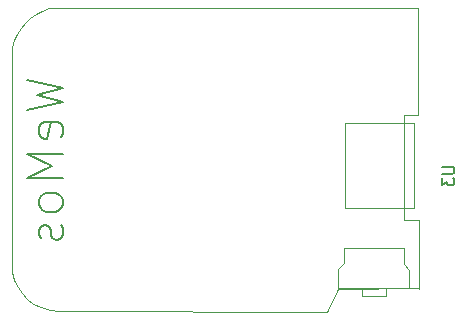
<source format=gbr>
G04 #@! TF.FileFunction,Legend,Bot*
%FSLAX46Y46*%
G04 Gerber Fmt 4.6, Leading zero omitted, Abs format (unit mm)*
G04 Created by KiCad (PCBNEW 4.0.7-e2-6376~58~ubuntu16.04.1) date Mon Dec 18 14:19:11 2017*
%MOMM*%
%LPD*%
G01*
G04 APERTURE LIST*
%ADD10C,0.100000*%
%ADD11C,0.150000*%
G04 APERTURE END LIST*
D10*
X199411228Y-89557472D02*
X199411228Y-83746180D01*
X199411228Y-83746180D02*
X198127795Y-83719849D01*
X198127795Y-83719849D02*
X198134483Y-74888627D01*
X198134483Y-74888627D02*
X199336736Y-74890603D01*
X199336736Y-74890603D02*
X199310658Y-65809807D01*
X199310658Y-65809807D02*
X168140507Y-65823805D01*
X168140507Y-65823805D02*
X167537714Y-66056616D01*
X167537714Y-66056616D02*
X166992833Y-66340099D01*
X166992833Y-66340099D02*
X166506423Y-66674747D01*
X166506423Y-66674747D02*
X166079048Y-67061047D01*
X166079048Y-67061047D02*
X165711259Y-67499488D01*
X165711259Y-67499488D02*
X165403623Y-67990560D01*
X165403623Y-67990560D02*
X165156690Y-68534750D01*
X165156690Y-68534750D02*
X164971024Y-69132547D01*
X164971024Y-69132547D02*
X164942266Y-88170460D01*
X164942266Y-88170460D02*
X165176259Y-88789824D01*
X165176259Y-88789824D02*
X165460742Y-89378018D01*
X165460742Y-89378018D02*
X165810257Y-89921445D01*
X165810257Y-89921445D02*
X166239342Y-90406503D01*
X166239342Y-90406503D02*
X166762540Y-90819595D01*
X166762540Y-90819595D02*
X167394387Y-91147122D01*
X167394387Y-91147122D02*
X168149425Y-91375482D01*
X168149425Y-91375482D02*
X169042193Y-91491078D01*
X169042193Y-91491078D02*
X191597285Y-91516026D01*
X191597285Y-91516026D02*
X192558181Y-89572480D01*
X192558181Y-89572480D02*
X199366524Y-89542686D01*
X193185451Y-75560350D02*
X193185451Y-82699931D01*
X193185451Y-82699931D02*
X198999188Y-82699931D01*
X198999188Y-82699931D02*
X198999188Y-75560350D01*
X198999188Y-75560350D02*
X193185451Y-75560350D01*
X192536349Y-89483600D02*
X192536349Y-87931378D01*
X192536349Y-87931378D02*
X193065515Y-87402211D01*
X193065515Y-87402211D02*
X193065515Y-86149850D01*
X193065515Y-86149850D02*
X198127876Y-86149850D01*
X198127876Y-86149850D02*
X198127876Y-87437489D01*
X198127876Y-87437489D02*
X198621765Y-87966656D01*
X198621765Y-87966656D02*
X198621765Y-89536517D01*
X198621765Y-89536517D02*
X192536349Y-89483600D01*
X194617738Y-89518878D02*
X194617738Y-90171517D01*
X194617738Y-90171517D02*
X196610932Y-90171517D01*
X196610932Y-90171517D02*
X196610932Y-89554156D01*
D11*
X201396381Y-79248095D02*
X202205905Y-79248095D01*
X202301143Y-79295714D01*
X202348762Y-79343333D01*
X202396381Y-79438571D01*
X202396381Y-79629048D01*
X202348762Y-79724286D01*
X202301143Y-79771905D01*
X202205905Y-79819524D01*
X201396381Y-79819524D01*
X201396381Y-80200476D02*
X201396381Y-80819524D01*
X201777333Y-80486190D01*
X201777333Y-80629048D01*
X201824952Y-80724286D01*
X201872571Y-80771905D01*
X201967810Y-80819524D01*
X202205905Y-80819524D01*
X202301143Y-80771905D01*
X202348762Y-80724286D01*
X202396381Y-80629048D01*
X202396381Y-80343333D01*
X202348762Y-80248095D01*
X202301143Y-80200476D01*
X166251143Y-71882857D02*
X169251143Y-72597143D01*
X167108286Y-73168572D01*
X169251143Y-73740000D01*
X166251143Y-74454286D01*
X169108286Y-76740000D02*
X169251143Y-76454286D01*
X169251143Y-75882857D01*
X169108286Y-75597143D01*
X168822571Y-75454286D01*
X167679714Y-75454286D01*
X167394000Y-75597143D01*
X167251143Y-75882857D01*
X167251143Y-76454286D01*
X167394000Y-76740000D01*
X167679714Y-76882857D01*
X167965429Y-76882857D01*
X168251143Y-75454286D01*
X169251143Y-78168572D02*
X166251143Y-78168572D01*
X168394000Y-79168572D01*
X166251143Y-80168572D01*
X169251143Y-80168572D01*
X169251143Y-82025714D02*
X169108286Y-81740000D01*
X168965429Y-81597143D01*
X168679714Y-81454286D01*
X167822571Y-81454286D01*
X167536857Y-81597143D01*
X167394000Y-81740000D01*
X167251143Y-82025714D01*
X167251143Y-82454286D01*
X167394000Y-82740000D01*
X167536857Y-82882857D01*
X167822571Y-83025714D01*
X168679714Y-83025714D01*
X168965429Y-82882857D01*
X169108286Y-82740000D01*
X169251143Y-82454286D01*
X169251143Y-82025714D01*
X169108286Y-84168572D02*
X169251143Y-84454286D01*
X169251143Y-85025714D01*
X169108286Y-85311429D01*
X168822571Y-85454286D01*
X168679714Y-85454286D01*
X168394000Y-85311429D01*
X168251143Y-85025714D01*
X168251143Y-84597143D01*
X168108286Y-84311429D01*
X167822571Y-84168572D01*
X167679714Y-84168572D01*
X167394000Y-84311429D01*
X167251143Y-84597143D01*
X167251143Y-85025714D01*
X167394000Y-85311429D01*
M02*

</source>
